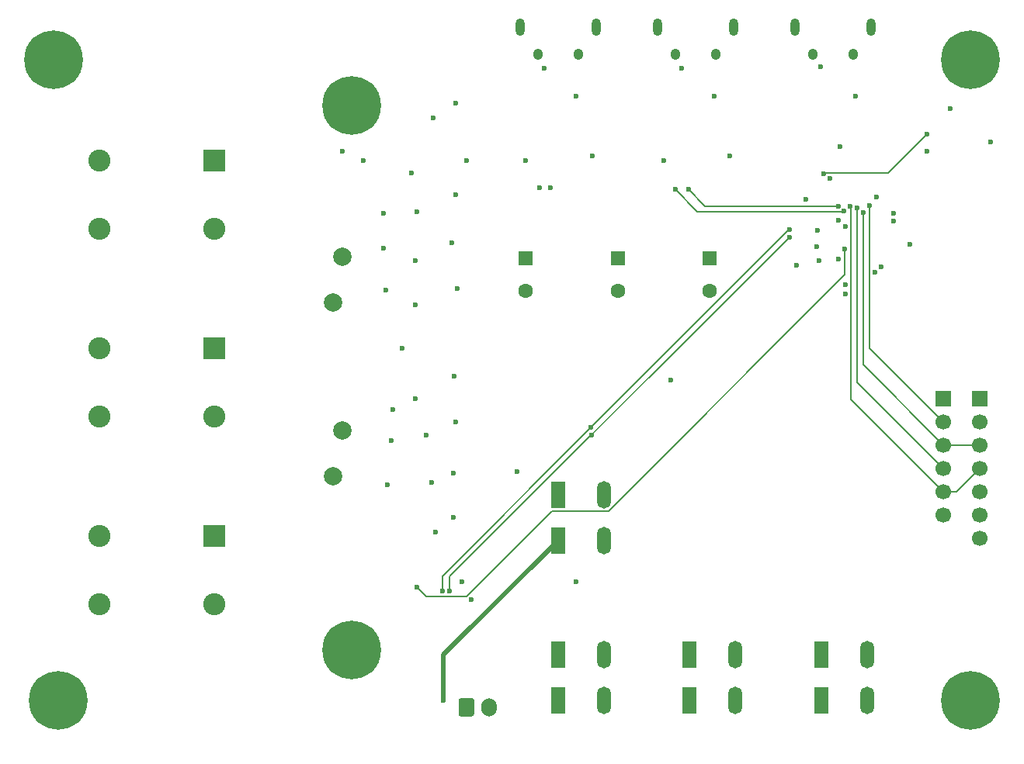
<source format=gbr>
G04 #@! TF.GenerationSoftware,KiCad,Pcbnew,9.0.1+1*
G04 #@! TF.CreationDate,2025-05-10T12:42:34+00:00*
G04 #@! TF.ProjectId,akkupack-ng,616b6b75-7061-4636-9b2d-6e672e6b6963,rev?*
G04 #@! TF.SameCoordinates,Original*
G04 #@! TF.FileFunction,Copper,L2,Inr*
G04 #@! TF.FilePolarity,Positive*
%FSLAX46Y46*%
G04 Gerber Fmt 4.6, Leading zero omitted, Abs format (unit mm)*
G04 Created by KiCad (PCBNEW 9.0.1+1) date 2025-05-10 12:42:34*
%MOMM*%
%LPD*%
G01*
G04 APERTURE LIST*
G04 #@! TA.AperFunction,ComponentPad*
%ADD10R,2.413000X2.413000*%
G04 #@! TD*
G04 #@! TA.AperFunction,ComponentPad*
%ADD11C,2.413000*%
G04 #@! TD*
G04 #@! TA.AperFunction,ComponentPad*
%ADD12R,1.700000X1.700000*%
G04 #@! TD*
G04 #@! TA.AperFunction,ComponentPad*
%ADD13C,1.700000*%
G04 #@! TD*
G04 #@! TA.AperFunction,ComponentPad*
%ADD14C,6.400000*%
G04 #@! TD*
G04 #@! TA.AperFunction,ComponentPad*
%ADD15R,1.500000X3.000000*%
G04 #@! TD*
G04 #@! TA.AperFunction,ComponentPad*
%ADD16O,1.500000X3.000000*%
G04 #@! TD*
G04 #@! TA.AperFunction,HeatsinkPad*
%ADD17O,1.000000X1.900000*%
G04 #@! TD*
G04 #@! TA.AperFunction,HeatsinkPad*
%ADD18O,1.050000X1.250000*%
G04 #@! TD*
G04 #@! TA.AperFunction,ComponentPad*
%ADD19C,2.000000*%
G04 #@! TD*
G04 #@! TA.AperFunction,ComponentPad*
%ADD20R,1.600000X1.600000*%
G04 #@! TD*
G04 #@! TA.AperFunction,ComponentPad*
%ADD21C,1.600000*%
G04 #@! TD*
G04 #@! TA.AperFunction,ComponentPad*
%ADD22O,1.700000X2.000000*%
G04 #@! TD*
G04 #@! TA.AperFunction,ViaPad*
%ADD23C,0.600000*%
G04 #@! TD*
G04 #@! TA.AperFunction,Conductor*
%ADD24C,0.500000*%
G04 #@! TD*
G04 #@! TA.AperFunction,Conductor*
%ADD25C,0.200000*%
G04 #@! TD*
G04 APERTURE END LIST*
D10*
X72500000Y-61000000D03*
D11*
X60000000Y-61000000D03*
X72500000Y-68500000D03*
X60000000Y-68500000D03*
D12*
X152000000Y-87000000D03*
D13*
X152000000Y-89540000D03*
X152000000Y-92080000D03*
X152000000Y-94620000D03*
X152000000Y-97160000D03*
X152000000Y-99700000D03*
D12*
X156000000Y-87000000D03*
D13*
X156000000Y-89540000D03*
X156000000Y-92080000D03*
X156000000Y-94620000D03*
X156000000Y-97160000D03*
X156000000Y-99700000D03*
X156000000Y-102240000D03*
D14*
X155000000Y-120000000D03*
D15*
X110000000Y-115000000D03*
X110000000Y-120000000D03*
D16*
X115000000Y-115000000D03*
X115000000Y-120000000D03*
D17*
X114175000Y-46460000D03*
D18*
X112225000Y-49460000D03*
X107775000Y-49460000D03*
D17*
X105825000Y-46460000D03*
D15*
X138700000Y-115000000D03*
X138700000Y-120000000D03*
D16*
X143700000Y-115000000D03*
X143700000Y-120000000D03*
D19*
X85500000Y-76500000D03*
X86500000Y-71500000D03*
D14*
X87500000Y-55000000D03*
D20*
X106500000Y-71750000D03*
D21*
X106500000Y-75250000D03*
D10*
X72500000Y-81500000D03*
D11*
X60000000Y-81500000D03*
X72500000Y-89000000D03*
X60000000Y-89000000D03*
D10*
X72500000Y-102000000D03*
D11*
X60000000Y-102000000D03*
X72500000Y-109500000D03*
X60000000Y-109500000D03*
D14*
X55500000Y-120000000D03*
X87500000Y-114500000D03*
D19*
X85500000Y-95500000D03*
X86500000Y-90500000D03*
D15*
X124350000Y-115000000D03*
X124350000Y-120000000D03*
D16*
X129350000Y-115000000D03*
X129350000Y-120000000D03*
D14*
X155000000Y-50000000D03*
D20*
X116500000Y-71750000D03*
D21*
X116500000Y-75250000D03*
D15*
X110000500Y-97500000D03*
X110000500Y-102500000D03*
D16*
X115000500Y-97500000D03*
X115000500Y-102500000D03*
D17*
X144175000Y-46460000D03*
D18*
X142225000Y-49460000D03*
X137775000Y-49460000D03*
D17*
X135825000Y-46460000D03*
D20*
X126500000Y-71750000D03*
D21*
X126500000Y-75250000D03*
D14*
X55000000Y-50000000D03*
G04 #@! TA.AperFunction,ComponentPad*
G36*
G01*
X99150000Y-121475000D02*
X99150000Y-119975000D01*
G75*
G02*
X99400000Y-119725000I250000J0D01*
G01*
X100600000Y-119725000D01*
G75*
G02*
X100850000Y-119975000I0J-250000D01*
G01*
X100850000Y-121475000D01*
G75*
G02*
X100600000Y-121725000I-250000J0D01*
G01*
X99400000Y-121725000D01*
G75*
G02*
X99150000Y-121475000I0J250000D01*
G01*
G37*
G04 #@! TD.AperFunction*
D22*
X102500000Y-120725000D03*
D17*
X129175000Y-46460000D03*
D18*
X127225000Y-49460000D03*
X122775000Y-49460000D03*
D17*
X120825000Y-46460000D03*
D23*
X97500000Y-120000000D03*
X98800000Y-89600000D03*
X138300000Y-68700000D03*
X94000000Y-62400000D03*
X94600000Y-66600000D03*
X91400000Y-96400000D03*
X98700000Y-84600000D03*
X91800000Y-91600000D03*
X98600000Y-95200000D03*
X94400000Y-87000000D03*
X94400000Y-76800000D03*
X96400000Y-56400000D03*
X98600000Y-100000000D03*
X94400000Y-72000000D03*
X95600000Y-91000000D03*
X98800000Y-64800000D03*
X92000000Y-88200000D03*
X91000000Y-66800000D03*
X98400000Y-70000000D03*
X96200000Y-96200000D03*
X99000000Y-75000000D03*
X91200000Y-75200000D03*
X91000000Y-70600000D03*
X96600000Y-101600000D03*
X140600000Y-71800000D03*
X98800000Y-54800000D03*
X138200000Y-70400000D03*
X100000000Y-61000000D03*
X88750000Y-61000000D03*
X105500000Y-95000000D03*
X100500000Y-109000000D03*
X93000000Y-81500000D03*
X86500000Y-60000000D03*
X113600737Y-90200737D03*
X97400000Y-108000000D03*
X135250000Y-68600000D03*
X141275735Y-70724265D03*
X94600000Y-107600000D03*
X98199965Y-107992582D03*
X113625250Y-91025250D03*
X135250000Y-69400003D03*
X148375735Y-70224265D03*
X141350000Y-74600000D03*
X136000000Y-72500000D03*
X122250000Y-85000000D03*
X144750000Y-65000000D03*
X137000000Y-65250000D03*
X141350000Y-75600000D03*
X150200000Y-60000000D03*
X152800000Y-55400000D03*
X140600000Y-67600000D03*
X139000000Y-62500000D03*
X150200000Y-58200000D03*
X157200000Y-59000000D03*
X141350000Y-68200000D03*
X123500000Y-51000000D03*
X127000000Y-54000000D03*
X128750000Y-60500000D03*
X121500000Y-61000000D03*
X138488146Y-71954836D03*
X139650000Y-63000000D03*
X140750000Y-59500000D03*
X124200000Y-64200000D03*
X140602510Y-66004669D03*
X122800000Y-64200000D03*
X141202607Y-66533710D03*
X144556564Y-73200000D03*
X108000000Y-64000000D03*
X109200000Y-64000000D03*
X145200000Y-72600000D03*
X146624265Y-67624265D03*
X141857592Y-66074364D03*
X143250000Y-66750000D03*
X143956564Y-65983036D03*
X142650000Y-66184313D03*
X108500000Y-51000000D03*
X112000000Y-54000000D03*
X113750000Y-60500000D03*
X106500000Y-61000000D03*
X99500000Y-107000000D03*
X112000000Y-107000000D03*
X138600000Y-50800000D03*
X142400000Y-54000000D03*
X146600000Y-66800000D03*
D24*
X97500000Y-115000500D02*
X110000500Y-102500000D01*
X97500000Y-120000000D02*
X97500000Y-115000500D01*
D25*
X97400000Y-108000000D02*
X97400000Y-106401474D01*
X135201474Y-68600000D02*
X113600737Y-90200737D01*
X135250000Y-68600000D02*
X135201474Y-68600000D01*
X97400000Y-106401474D02*
X113600737Y-90200737D01*
X94600000Y-107600000D02*
X95600000Y-108600000D01*
X100051471Y-108600000D02*
X109351471Y-99300000D01*
X115500000Y-99300000D02*
X141275735Y-73524265D01*
X141275735Y-73524265D02*
X141275735Y-70724265D01*
X109351471Y-99300000D02*
X115500000Y-99300000D01*
X95600000Y-108600000D02*
X100051471Y-108600000D01*
X98199965Y-107992582D02*
X98199965Y-106450535D01*
X135250000Y-69400500D02*
X135250000Y-69400003D01*
X98199965Y-106450535D02*
X135250000Y-69400500D01*
X139100000Y-62400000D02*
X146000000Y-62400000D01*
X146000000Y-62400000D02*
X150200000Y-58200000D01*
X139000000Y-62500000D02*
X139100000Y-62400000D01*
X126004669Y-66004669D02*
X140602510Y-66004669D01*
X124200000Y-64200000D02*
X126004669Y-66004669D01*
X125204669Y-66604669D02*
X141131648Y-66604669D01*
X122800000Y-64200000D02*
X125204669Y-66604669D01*
X141131648Y-66604669D02*
X141202607Y-66533710D01*
X141857592Y-66074364D02*
X141950000Y-66166772D01*
X152000000Y-97160000D02*
X153460000Y-97160000D01*
X153460000Y-97160000D02*
X156000000Y-94620000D01*
X141950000Y-66166772D02*
X141950000Y-87110000D01*
X141950000Y-87110000D02*
X152000000Y-97160000D01*
X152000000Y-92080000D02*
X156000000Y-92080000D01*
X143250000Y-66750000D02*
X143250000Y-83330000D01*
X143250000Y-83330000D02*
X152000000Y-92080000D01*
X152000000Y-89540000D02*
X143956564Y-81496564D01*
X143956564Y-81496564D02*
X143956564Y-65983036D01*
X142650000Y-66184313D02*
X142650000Y-85270000D01*
X142650000Y-85270000D02*
X152000000Y-94620000D01*
M02*

</source>
